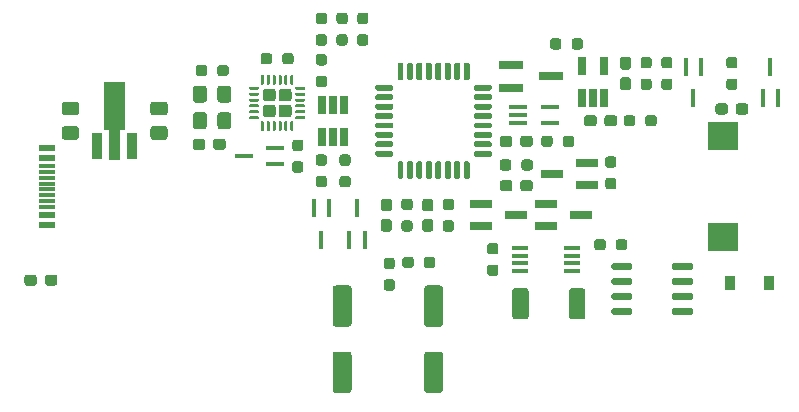
<source format=gtp>
G04 #@! TF.GenerationSoftware,KiCad,Pcbnew,(5.1.9)-1*
G04 #@! TF.CreationDate,2021-04-20T09:49:11+02:00*
G04 #@! TF.ProjectId,loeti,6c6f6574-692e-46b6-9963-61645f706362,rev?*
G04 #@! TF.SameCoordinates,Original*
G04 #@! TF.FileFunction,Paste,Top*
G04 #@! TF.FilePolarity,Positive*
%FSLAX46Y46*%
G04 Gerber Fmt 4.6, Leading zero omitted, Abs format (unit mm)*
G04 Created by KiCad (PCBNEW (5.1.9)-1) date 2021-04-20 09:49:11*
%MOMM*%
%LPD*%
G01*
G04 APERTURE LIST*
%ADD10R,1.450000X0.600000*%
%ADD11R,1.450000X0.300000*%
%ADD12R,2.000000X0.650000*%
%ADD13R,0.450000X1.500000*%
%ADD14R,1.900000X0.800000*%
%ADD15R,2.500000X2.430000*%
%ADD16R,0.650000X1.560000*%
%ADD17C,0.100000*%
%ADD18R,0.900000X2.300000*%
%ADD19R,1.500000X0.450000*%
%ADD20R,1.500000X0.400000*%
%ADD21R,1.450000X0.450000*%
%ADD22R,0.900000X1.200000*%
G04 APERTURE END LIST*
D10*
X60295000Y25430000D03*
X60295000Y26230000D03*
X60295000Y31130000D03*
X60295000Y31930000D03*
X60295000Y31930000D03*
X60295000Y31130000D03*
X60295000Y26230000D03*
X60295000Y25430000D03*
D11*
X60295000Y30430000D03*
X60295000Y29930000D03*
X60295000Y29430000D03*
X60295000Y28430000D03*
X60295000Y27930000D03*
X60295000Y27430000D03*
X60295000Y26930000D03*
X60295000Y28930000D03*
D12*
X102960000Y38000000D03*
X99540000Y37050000D03*
X99540000Y38950000D03*
G36*
G01*
X91325000Y22487500D02*
X91325000Y22012500D01*
G75*
G02*
X91087500Y21775000I-237500J0D01*
G01*
X90587500Y21775000D01*
G75*
G02*
X90350000Y22012500I0J237500D01*
G01*
X90350000Y22487500D01*
G75*
G02*
X90587500Y22725000I237500J0D01*
G01*
X91087500Y22725000D01*
G75*
G02*
X91325000Y22487500I0J-237500D01*
G01*
G37*
G36*
G01*
X93150000Y22487500D02*
X93150000Y22012500D01*
G75*
G02*
X92912500Y21775000I-237500J0D01*
G01*
X92412500Y21775000D01*
G75*
G02*
X92175000Y22012500I0J237500D01*
G01*
X92175000Y22487500D01*
G75*
G02*
X92412500Y22725000I237500J0D01*
G01*
X92912500Y22725000D01*
G75*
G02*
X93150000Y22487500I0J-237500D01*
G01*
G37*
G36*
G01*
X89012500Y20825000D02*
X89487500Y20825000D01*
G75*
G02*
X89725000Y20587500I0J-237500D01*
G01*
X89725000Y20087500D01*
G75*
G02*
X89487500Y19850000I-237500J0D01*
G01*
X89012500Y19850000D01*
G75*
G02*
X88775000Y20087500I0J237500D01*
G01*
X88775000Y20587500D01*
G75*
G02*
X89012500Y20825000I237500J0D01*
G01*
G37*
G36*
G01*
X89012500Y22650000D02*
X89487500Y22650000D01*
G75*
G02*
X89725000Y22412500I0J-237500D01*
G01*
X89725000Y21912500D01*
G75*
G02*
X89487500Y21675000I-237500J0D01*
G01*
X89012500Y21675000D01*
G75*
G02*
X88775000Y21912500I0J237500D01*
G01*
X88775000Y22412500D01*
G75*
G02*
X89012500Y22650000I237500J0D01*
G01*
G37*
D13*
X83500000Y24170000D03*
X82850000Y26830000D03*
X84150000Y26830000D03*
X86500000Y26830000D03*
X87150000Y24170000D03*
X85850000Y24170000D03*
D14*
X105500000Y26250000D03*
X102500000Y25300000D03*
X102500000Y27200000D03*
D15*
X117470000Y32965000D03*
X117470000Y24395000D03*
D14*
X100000000Y26250000D03*
X97000000Y25300000D03*
X97000000Y27200000D03*
X103000000Y29750000D03*
X106000000Y30700000D03*
X106000000Y28800000D03*
D16*
X84500000Y35600000D03*
X83550000Y35600000D03*
X85450000Y35600000D03*
X85450000Y32900000D03*
X84500000Y32900000D03*
X83550000Y32900000D03*
D17*
G36*
X66866500Y37550000D02*
G01*
X66866500Y33425000D01*
X66450000Y33425000D01*
X66450000Y30950000D01*
X65550000Y30950000D01*
X65550000Y33425000D01*
X65133500Y33425000D01*
X65133500Y37550000D01*
X66866500Y37550000D01*
G37*
D18*
X67500000Y32100000D03*
X64500000Y32100000D03*
D13*
X121500000Y38830000D03*
X122150000Y36170000D03*
X120850000Y36170000D03*
X115000000Y36170000D03*
X114350000Y38830000D03*
X115650000Y38830000D03*
D19*
X76920000Y31250000D03*
X79580000Y31900000D03*
X79580000Y30600000D03*
G36*
G01*
X100425000Y30262500D02*
X100425000Y30737500D01*
G75*
G02*
X100662500Y30975000I237500J0D01*
G01*
X101162500Y30975000D01*
G75*
G02*
X101400000Y30737500I0J-237500D01*
G01*
X101400000Y30262500D01*
G75*
G02*
X101162500Y30025000I-237500J0D01*
G01*
X100662500Y30025000D01*
G75*
G02*
X100425000Y30262500I0J237500D01*
G01*
G37*
G36*
G01*
X98600000Y30262500D02*
X98600000Y30737500D01*
G75*
G02*
X98837500Y30975000I237500J0D01*
G01*
X99337500Y30975000D01*
G75*
G02*
X99575000Y30737500I0J-237500D01*
G01*
X99575000Y30262500D01*
G75*
G02*
X99337500Y30025000I-237500J0D01*
G01*
X98837500Y30025000D01*
G75*
G02*
X98600000Y30262500I0J237500D01*
G01*
G37*
G36*
G01*
X100325000Y28512500D02*
X100325000Y28987500D01*
G75*
G02*
X100562500Y29225000I237500J0D01*
G01*
X101162500Y29225000D01*
G75*
G02*
X101400000Y28987500I0J-237500D01*
G01*
X101400000Y28512500D01*
G75*
G02*
X101162500Y28275000I-237500J0D01*
G01*
X100562500Y28275000D01*
G75*
G02*
X100325000Y28512500I0J237500D01*
G01*
G37*
G36*
G01*
X98600000Y28512500D02*
X98600000Y28987500D01*
G75*
G02*
X98837500Y29225000I237500J0D01*
G01*
X99437500Y29225000D01*
G75*
G02*
X99675000Y28987500I0J-237500D01*
G01*
X99675000Y28512500D01*
G75*
G02*
X99437500Y28275000I-237500J0D01*
G01*
X98837500Y28275000D01*
G75*
G02*
X98600000Y28512500I0J237500D01*
G01*
G37*
G36*
G01*
X90325000Y29325000D02*
X90075000Y29325000D01*
G75*
G02*
X89950000Y29450000I0J125000D01*
G01*
X89950000Y30700000D01*
G75*
G02*
X90075000Y30825000I125000J0D01*
G01*
X90325000Y30825000D01*
G75*
G02*
X90450000Y30700000I0J-125000D01*
G01*
X90450000Y29450000D01*
G75*
G02*
X90325000Y29325000I-125000J0D01*
G01*
G37*
G36*
G01*
X91125000Y29325000D02*
X90875000Y29325000D01*
G75*
G02*
X90750000Y29450000I0J125000D01*
G01*
X90750000Y30700000D01*
G75*
G02*
X90875000Y30825000I125000J0D01*
G01*
X91125000Y30825000D01*
G75*
G02*
X91250000Y30700000I0J-125000D01*
G01*
X91250000Y29450000D01*
G75*
G02*
X91125000Y29325000I-125000J0D01*
G01*
G37*
G36*
G01*
X91925000Y29325000D02*
X91675000Y29325000D01*
G75*
G02*
X91550000Y29450000I0J125000D01*
G01*
X91550000Y30700000D01*
G75*
G02*
X91675000Y30825000I125000J0D01*
G01*
X91925000Y30825000D01*
G75*
G02*
X92050000Y30700000I0J-125000D01*
G01*
X92050000Y29450000D01*
G75*
G02*
X91925000Y29325000I-125000J0D01*
G01*
G37*
G36*
G01*
X92725000Y29325000D02*
X92475000Y29325000D01*
G75*
G02*
X92350000Y29450000I0J125000D01*
G01*
X92350000Y30700000D01*
G75*
G02*
X92475000Y30825000I125000J0D01*
G01*
X92725000Y30825000D01*
G75*
G02*
X92850000Y30700000I0J-125000D01*
G01*
X92850000Y29450000D01*
G75*
G02*
X92725000Y29325000I-125000J0D01*
G01*
G37*
G36*
G01*
X93525000Y29325000D02*
X93275000Y29325000D01*
G75*
G02*
X93150000Y29450000I0J125000D01*
G01*
X93150000Y30700000D01*
G75*
G02*
X93275000Y30825000I125000J0D01*
G01*
X93525000Y30825000D01*
G75*
G02*
X93650000Y30700000I0J-125000D01*
G01*
X93650000Y29450000D01*
G75*
G02*
X93525000Y29325000I-125000J0D01*
G01*
G37*
G36*
G01*
X94325000Y29325000D02*
X94075000Y29325000D01*
G75*
G02*
X93950000Y29450000I0J125000D01*
G01*
X93950000Y30700000D01*
G75*
G02*
X94075000Y30825000I125000J0D01*
G01*
X94325000Y30825000D01*
G75*
G02*
X94450000Y30700000I0J-125000D01*
G01*
X94450000Y29450000D01*
G75*
G02*
X94325000Y29325000I-125000J0D01*
G01*
G37*
G36*
G01*
X95125000Y29325000D02*
X94875000Y29325000D01*
G75*
G02*
X94750000Y29450000I0J125000D01*
G01*
X94750000Y30700000D01*
G75*
G02*
X94875000Y30825000I125000J0D01*
G01*
X95125000Y30825000D01*
G75*
G02*
X95250000Y30700000I0J-125000D01*
G01*
X95250000Y29450000D01*
G75*
G02*
X95125000Y29325000I-125000J0D01*
G01*
G37*
G36*
G01*
X95925000Y29325000D02*
X95675000Y29325000D01*
G75*
G02*
X95550000Y29450000I0J125000D01*
G01*
X95550000Y30700000D01*
G75*
G02*
X95675000Y30825000I125000J0D01*
G01*
X95925000Y30825000D01*
G75*
G02*
X96050000Y30700000I0J-125000D01*
G01*
X96050000Y29450000D01*
G75*
G02*
X95925000Y29325000I-125000J0D01*
G01*
G37*
G36*
G01*
X97800000Y31200000D02*
X96550000Y31200000D01*
G75*
G02*
X96425000Y31325000I0J125000D01*
G01*
X96425000Y31575000D01*
G75*
G02*
X96550000Y31700000I125000J0D01*
G01*
X97800000Y31700000D01*
G75*
G02*
X97925000Y31575000I0J-125000D01*
G01*
X97925000Y31325000D01*
G75*
G02*
X97800000Y31200000I-125000J0D01*
G01*
G37*
G36*
G01*
X97800000Y32000000D02*
X96550000Y32000000D01*
G75*
G02*
X96425000Y32125000I0J125000D01*
G01*
X96425000Y32375000D01*
G75*
G02*
X96550000Y32500000I125000J0D01*
G01*
X97800000Y32500000D01*
G75*
G02*
X97925000Y32375000I0J-125000D01*
G01*
X97925000Y32125000D01*
G75*
G02*
X97800000Y32000000I-125000J0D01*
G01*
G37*
G36*
G01*
X97800000Y32800000D02*
X96550000Y32800000D01*
G75*
G02*
X96425000Y32925000I0J125000D01*
G01*
X96425000Y33175000D01*
G75*
G02*
X96550000Y33300000I125000J0D01*
G01*
X97800000Y33300000D01*
G75*
G02*
X97925000Y33175000I0J-125000D01*
G01*
X97925000Y32925000D01*
G75*
G02*
X97800000Y32800000I-125000J0D01*
G01*
G37*
G36*
G01*
X97800000Y33600000D02*
X96550000Y33600000D01*
G75*
G02*
X96425000Y33725000I0J125000D01*
G01*
X96425000Y33975000D01*
G75*
G02*
X96550000Y34100000I125000J0D01*
G01*
X97800000Y34100000D01*
G75*
G02*
X97925000Y33975000I0J-125000D01*
G01*
X97925000Y33725000D01*
G75*
G02*
X97800000Y33600000I-125000J0D01*
G01*
G37*
G36*
G01*
X97800000Y34400000D02*
X96550000Y34400000D01*
G75*
G02*
X96425000Y34525000I0J125000D01*
G01*
X96425000Y34775000D01*
G75*
G02*
X96550000Y34900000I125000J0D01*
G01*
X97800000Y34900000D01*
G75*
G02*
X97925000Y34775000I0J-125000D01*
G01*
X97925000Y34525000D01*
G75*
G02*
X97800000Y34400000I-125000J0D01*
G01*
G37*
G36*
G01*
X97800000Y35200000D02*
X96550000Y35200000D01*
G75*
G02*
X96425000Y35325000I0J125000D01*
G01*
X96425000Y35575000D01*
G75*
G02*
X96550000Y35700000I125000J0D01*
G01*
X97800000Y35700000D01*
G75*
G02*
X97925000Y35575000I0J-125000D01*
G01*
X97925000Y35325000D01*
G75*
G02*
X97800000Y35200000I-125000J0D01*
G01*
G37*
G36*
G01*
X97800000Y36000000D02*
X96550000Y36000000D01*
G75*
G02*
X96425000Y36125000I0J125000D01*
G01*
X96425000Y36375000D01*
G75*
G02*
X96550000Y36500000I125000J0D01*
G01*
X97800000Y36500000D01*
G75*
G02*
X97925000Y36375000I0J-125000D01*
G01*
X97925000Y36125000D01*
G75*
G02*
X97800000Y36000000I-125000J0D01*
G01*
G37*
G36*
G01*
X97800000Y36800000D02*
X96550000Y36800000D01*
G75*
G02*
X96425000Y36925000I0J125000D01*
G01*
X96425000Y37175000D01*
G75*
G02*
X96550000Y37300000I125000J0D01*
G01*
X97800000Y37300000D01*
G75*
G02*
X97925000Y37175000I0J-125000D01*
G01*
X97925000Y36925000D01*
G75*
G02*
X97800000Y36800000I-125000J0D01*
G01*
G37*
G36*
G01*
X95925000Y37675000D02*
X95675000Y37675000D01*
G75*
G02*
X95550000Y37800000I0J125000D01*
G01*
X95550000Y39050000D01*
G75*
G02*
X95675000Y39175000I125000J0D01*
G01*
X95925000Y39175000D01*
G75*
G02*
X96050000Y39050000I0J-125000D01*
G01*
X96050000Y37800000D01*
G75*
G02*
X95925000Y37675000I-125000J0D01*
G01*
G37*
G36*
G01*
X95125000Y37675000D02*
X94875000Y37675000D01*
G75*
G02*
X94750000Y37800000I0J125000D01*
G01*
X94750000Y39050000D01*
G75*
G02*
X94875000Y39175000I125000J0D01*
G01*
X95125000Y39175000D01*
G75*
G02*
X95250000Y39050000I0J-125000D01*
G01*
X95250000Y37800000D01*
G75*
G02*
X95125000Y37675000I-125000J0D01*
G01*
G37*
G36*
G01*
X94325000Y37675000D02*
X94075000Y37675000D01*
G75*
G02*
X93950000Y37800000I0J125000D01*
G01*
X93950000Y39050000D01*
G75*
G02*
X94075000Y39175000I125000J0D01*
G01*
X94325000Y39175000D01*
G75*
G02*
X94450000Y39050000I0J-125000D01*
G01*
X94450000Y37800000D01*
G75*
G02*
X94325000Y37675000I-125000J0D01*
G01*
G37*
G36*
G01*
X93525000Y37675000D02*
X93275000Y37675000D01*
G75*
G02*
X93150000Y37800000I0J125000D01*
G01*
X93150000Y39050000D01*
G75*
G02*
X93275000Y39175000I125000J0D01*
G01*
X93525000Y39175000D01*
G75*
G02*
X93650000Y39050000I0J-125000D01*
G01*
X93650000Y37800000D01*
G75*
G02*
X93525000Y37675000I-125000J0D01*
G01*
G37*
G36*
G01*
X92725000Y37675000D02*
X92475000Y37675000D01*
G75*
G02*
X92350000Y37800000I0J125000D01*
G01*
X92350000Y39050000D01*
G75*
G02*
X92475000Y39175000I125000J0D01*
G01*
X92725000Y39175000D01*
G75*
G02*
X92850000Y39050000I0J-125000D01*
G01*
X92850000Y37800000D01*
G75*
G02*
X92725000Y37675000I-125000J0D01*
G01*
G37*
G36*
G01*
X91925000Y37675000D02*
X91675000Y37675000D01*
G75*
G02*
X91550000Y37800000I0J125000D01*
G01*
X91550000Y39050000D01*
G75*
G02*
X91675000Y39175000I125000J0D01*
G01*
X91925000Y39175000D01*
G75*
G02*
X92050000Y39050000I0J-125000D01*
G01*
X92050000Y37800000D01*
G75*
G02*
X91925000Y37675000I-125000J0D01*
G01*
G37*
G36*
G01*
X91125000Y37675000D02*
X90875000Y37675000D01*
G75*
G02*
X90750000Y37800000I0J125000D01*
G01*
X90750000Y39050000D01*
G75*
G02*
X90875000Y39175000I125000J0D01*
G01*
X91125000Y39175000D01*
G75*
G02*
X91250000Y39050000I0J-125000D01*
G01*
X91250000Y37800000D01*
G75*
G02*
X91125000Y37675000I-125000J0D01*
G01*
G37*
G36*
G01*
X90325000Y37675000D02*
X90075000Y37675000D01*
G75*
G02*
X89950000Y37800000I0J125000D01*
G01*
X89950000Y39050000D01*
G75*
G02*
X90075000Y39175000I125000J0D01*
G01*
X90325000Y39175000D01*
G75*
G02*
X90450000Y39050000I0J-125000D01*
G01*
X90450000Y37800000D01*
G75*
G02*
X90325000Y37675000I-125000J0D01*
G01*
G37*
G36*
G01*
X89450000Y36800000D02*
X88200000Y36800000D01*
G75*
G02*
X88075000Y36925000I0J125000D01*
G01*
X88075000Y37175000D01*
G75*
G02*
X88200000Y37300000I125000J0D01*
G01*
X89450000Y37300000D01*
G75*
G02*
X89575000Y37175000I0J-125000D01*
G01*
X89575000Y36925000D01*
G75*
G02*
X89450000Y36800000I-125000J0D01*
G01*
G37*
G36*
G01*
X89450000Y36000000D02*
X88200000Y36000000D01*
G75*
G02*
X88075000Y36125000I0J125000D01*
G01*
X88075000Y36375000D01*
G75*
G02*
X88200000Y36500000I125000J0D01*
G01*
X89450000Y36500000D01*
G75*
G02*
X89575000Y36375000I0J-125000D01*
G01*
X89575000Y36125000D01*
G75*
G02*
X89450000Y36000000I-125000J0D01*
G01*
G37*
G36*
G01*
X89450000Y35200000D02*
X88200000Y35200000D01*
G75*
G02*
X88075000Y35325000I0J125000D01*
G01*
X88075000Y35575000D01*
G75*
G02*
X88200000Y35700000I125000J0D01*
G01*
X89450000Y35700000D01*
G75*
G02*
X89575000Y35575000I0J-125000D01*
G01*
X89575000Y35325000D01*
G75*
G02*
X89450000Y35200000I-125000J0D01*
G01*
G37*
G36*
G01*
X89450000Y34400000D02*
X88200000Y34400000D01*
G75*
G02*
X88075000Y34525000I0J125000D01*
G01*
X88075000Y34775000D01*
G75*
G02*
X88200000Y34900000I125000J0D01*
G01*
X89450000Y34900000D01*
G75*
G02*
X89575000Y34775000I0J-125000D01*
G01*
X89575000Y34525000D01*
G75*
G02*
X89450000Y34400000I-125000J0D01*
G01*
G37*
G36*
G01*
X89450000Y33600000D02*
X88200000Y33600000D01*
G75*
G02*
X88075000Y33725000I0J125000D01*
G01*
X88075000Y33975000D01*
G75*
G02*
X88200000Y34100000I125000J0D01*
G01*
X89450000Y34100000D01*
G75*
G02*
X89575000Y33975000I0J-125000D01*
G01*
X89575000Y33725000D01*
G75*
G02*
X89450000Y33600000I-125000J0D01*
G01*
G37*
G36*
G01*
X89450000Y32800000D02*
X88200000Y32800000D01*
G75*
G02*
X88075000Y32925000I0J125000D01*
G01*
X88075000Y33175000D01*
G75*
G02*
X88200000Y33300000I125000J0D01*
G01*
X89450000Y33300000D01*
G75*
G02*
X89575000Y33175000I0J-125000D01*
G01*
X89575000Y32925000D01*
G75*
G02*
X89450000Y32800000I-125000J0D01*
G01*
G37*
G36*
G01*
X89450000Y32000000D02*
X88200000Y32000000D01*
G75*
G02*
X88075000Y32125000I0J125000D01*
G01*
X88075000Y32375000D01*
G75*
G02*
X88200000Y32500000I125000J0D01*
G01*
X89450000Y32500000D01*
G75*
G02*
X89575000Y32375000I0J-125000D01*
G01*
X89575000Y32125000D01*
G75*
G02*
X89450000Y32000000I-125000J0D01*
G01*
G37*
G36*
G01*
X89450000Y31200000D02*
X88200000Y31200000D01*
G75*
G02*
X88075000Y31325000I0J125000D01*
G01*
X88075000Y31575000D01*
G75*
G02*
X88200000Y31700000I125000J0D01*
G01*
X89450000Y31700000D01*
G75*
G02*
X89575000Y31575000I0J-125000D01*
G01*
X89575000Y31325000D01*
G75*
G02*
X89450000Y31200000I-125000J0D01*
G01*
G37*
D20*
X102830000Y35400000D03*
X102830000Y34100000D03*
X100170000Y34100000D03*
X100170000Y34750000D03*
X100170000Y35400000D03*
D21*
X104700000Y23475000D03*
X104700000Y22825000D03*
X104700000Y22175000D03*
X104700000Y21525000D03*
X100300000Y21525000D03*
X100300000Y22175000D03*
X100300000Y22825000D03*
X100300000Y23475000D03*
G36*
G01*
X108425000Y23512500D02*
X108425000Y23987500D01*
G75*
G02*
X108662500Y24225000I237500J0D01*
G01*
X109162500Y24225000D01*
G75*
G02*
X109400000Y23987500I0J-237500D01*
G01*
X109400000Y23512500D01*
G75*
G02*
X109162500Y23275000I-237500J0D01*
G01*
X108662500Y23275000D01*
G75*
G02*
X108425000Y23512500I0J237500D01*
G01*
G37*
G36*
G01*
X106600000Y23512500D02*
X106600000Y23987500D01*
G75*
G02*
X106837500Y24225000I237500J0D01*
G01*
X107337500Y24225000D01*
G75*
G02*
X107575000Y23987500I0J-237500D01*
G01*
X107575000Y23512500D01*
G75*
G02*
X107337500Y23275000I-237500J0D01*
G01*
X106837500Y23275000D01*
G75*
G02*
X106600000Y23512500I0J237500D01*
G01*
G37*
G36*
G01*
X98237500Y22925000D02*
X97762500Y22925000D01*
G75*
G02*
X97525000Y23162500I0J237500D01*
G01*
X97525000Y23662500D01*
G75*
G02*
X97762500Y23900000I237500J0D01*
G01*
X98237500Y23900000D01*
G75*
G02*
X98475000Y23662500I0J-237500D01*
G01*
X98475000Y23162500D01*
G75*
G02*
X98237500Y22925000I-237500J0D01*
G01*
G37*
G36*
G01*
X98237500Y21100000D02*
X97762500Y21100000D01*
G75*
G02*
X97525000Y21337500I0J237500D01*
G01*
X97525000Y21837500D01*
G75*
G02*
X97762500Y22075000I237500J0D01*
G01*
X98237500Y22075000D01*
G75*
G02*
X98475000Y21837500I0J-237500D01*
G01*
X98475000Y21337500D01*
G75*
G02*
X98237500Y21100000I-237500J0D01*
G01*
G37*
G36*
G01*
X108237500Y30262500D02*
X107762500Y30262500D01*
G75*
G02*
X107525000Y30500000I0J237500D01*
G01*
X107525000Y31000000D01*
G75*
G02*
X107762500Y31237500I237500J0D01*
G01*
X108237500Y31237500D01*
G75*
G02*
X108475000Y31000000I0J-237500D01*
G01*
X108475000Y30500000D01*
G75*
G02*
X108237500Y30262500I-237500J0D01*
G01*
G37*
G36*
G01*
X108237500Y28437500D02*
X107762500Y28437500D01*
G75*
G02*
X107525000Y28675000I0J237500D01*
G01*
X107525000Y29175000D01*
G75*
G02*
X107762500Y29412500I237500J0D01*
G01*
X108237500Y29412500D01*
G75*
G02*
X108475000Y29175000I0J-237500D01*
G01*
X108475000Y28675000D01*
G75*
G02*
X108237500Y28437500I-237500J0D01*
G01*
G37*
G36*
G01*
X112512500Y37825000D02*
X112987500Y37825000D01*
G75*
G02*
X113225000Y37587500I0J-237500D01*
G01*
X113225000Y37087500D01*
G75*
G02*
X112987500Y36850000I-237500J0D01*
G01*
X112512500Y36850000D01*
G75*
G02*
X112275000Y37087500I0J237500D01*
G01*
X112275000Y37587500D01*
G75*
G02*
X112512500Y37825000I237500J0D01*
G01*
G37*
G36*
G01*
X112512500Y39650000D02*
X112987500Y39650000D01*
G75*
G02*
X113225000Y39412500I0J-237500D01*
G01*
X113225000Y38912500D01*
G75*
G02*
X112987500Y38675000I-237500J0D01*
G01*
X112512500Y38675000D01*
G75*
G02*
X112275000Y38912500I0J237500D01*
G01*
X112275000Y39412500D01*
G75*
G02*
X112512500Y39650000I237500J0D01*
G01*
G37*
G36*
G01*
X104675000Y40512500D02*
X104675000Y40987500D01*
G75*
G02*
X104912500Y41225000I237500J0D01*
G01*
X105412500Y41225000D01*
G75*
G02*
X105650000Y40987500I0J-237500D01*
G01*
X105650000Y40512500D01*
G75*
G02*
X105412500Y40275000I-237500J0D01*
G01*
X104912500Y40275000D01*
G75*
G02*
X104675000Y40512500I0J237500D01*
G01*
G37*
G36*
G01*
X102850000Y40512500D02*
X102850000Y40987500D01*
G75*
G02*
X103087500Y41225000I237500J0D01*
G01*
X103587500Y41225000D01*
G75*
G02*
X103825000Y40987500I0J-237500D01*
G01*
X103825000Y40512500D01*
G75*
G02*
X103587500Y40275000I-237500J0D01*
G01*
X103087500Y40275000D01*
G75*
G02*
X102850000Y40512500I0J237500D01*
G01*
G37*
G36*
G01*
X118487500Y38675000D02*
X118012500Y38675000D01*
G75*
G02*
X117775000Y38912500I0J237500D01*
G01*
X117775000Y39412500D01*
G75*
G02*
X118012500Y39650000I237500J0D01*
G01*
X118487500Y39650000D01*
G75*
G02*
X118725000Y39412500I0J-237500D01*
G01*
X118725000Y38912500D01*
G75*
G02*
X118487500Y38675000I-237500J0D01*
G01*
G37*
G36*
G01*
X118487500Y36850000D02*
X118012500Y36850000D01*
G75*
G02*
X117775000Y37087500I0J237500D01*
G01*
X117775000Y37587500D01*
G75*
G02*
X118012500Y37825000I237500J0D01*
G01*
X118487500Y37825000D01*
G75*
G02*
X118725000Y37587500I0J-237500D01*
G01*
X118725000Y37087500D01*
G75*
G02*
X118487500Y36850000I-237500J0D01*
G01*
G37*
G36*
G01*
X110925000Y34012500D02*
X110925000Y34487500D01*
G75*
G02*
X111162500Y34725000I237500J0D01*
G01*
X111662500Y34725000D01*
G75*
G02*
X111900000Y34487500I0J-237500D01*
G01*
X111900000Y34012500D01*
G75*
G02*
X111662500Y33775000I-237500J0D01*
G01*
X111162500Y33775000D01*
G75*
G02*
X110925000Y34012500I0J237500D01*
G01*
G37*
G36*
G01*
X109100000Y34012500D02*
X109100000Y34487500D01*
G75*
G02*
X109337500Y34725000I237500J0D01*
G01*
X109837500Y34725000D01*
G75*
G02*
X110075000Y34487500I0J-237500D01*
G01*
X110075000Y34012500D01*
G75*
G02*
X109837500Y33775000I-237500J0D01*
G01*
X109337500Y33775000D01*
G75*
G02*
X109100000Y34012500I0J237500D01*
G01*
G37*
G36*
G01*
X83262500Y41575000D02*
X83737500Y41575000D01*
G75*
G02*
X83975000Y41337500I0J-237500D01*
G01*
X83975000Y40837500D01*
G75*
G02*
X83737500Y40600000I-237500J0D01*
G01*
X83262500Y40600000D01*
G75*
G02*
X83025000Y40837500I0J237500D01*
G01*
X83025000Y41337500D01*
G75*
G02*
X83262500Y41575000I237500J0D01*
G01*
G37*
G36*
G01*
X83262500Y43400000D02*
X83737500Y43400000D01*
G75*
G02*
X83975000Y43162500I0J-237500D01*
G01*
X83975000Y42662500D01*
G75*
G02*
X83737500Y42425000I-237500J0D01*
G01*
X83262500Y42425000D01*
G75*
G02*
X83025000Y42662500I0J237500D01*
G01*
X83025000Y43162500D01*
G75*
G02*
X83262500Y43400000I237500J0D01*
G01*
G37*
G36*
G01*
X85012500Y41575000D02*
X85487500Y41575000D01*
G75*
G02*
X85725000Y41337500I0J-237500D01*
G01*
X85725000Y40837500D01*
G75*
G02*
X85487500Y40600000I-237500J0D01*
G01*
X85012500Y40600000D01*
G75*
G02*
X84775000Y40837500I0J237500D01*
G01*
X84775000Y41337500D01*
G75*
G02*
X85012500Y41575000I237500J0D01*
G01*
G37*
G36*
G01*
X85012500Y43400000D02*
X85487500Y43400000D01*
G75*
G02*
X85725000Y43162500I0J-237500D01*
G01*
X85725000Y42662500D01*
G75*
G02*
X85487500Y42425000I-237500J0D01*
G01*
X85012500Y42425000D01*
G75*
G02*
X84775000Y42662500I0J237500D01*
G01*
X84775000Y43162500D01*
G75*
G02*
X85012500Y43400000I237500J0D01*
G01*
G37*
G36*
G01*
X86762500Y43400000D02*
X87237500Y43400000D01*
G75*
G02*
X87475000Y43162500I0J-237500D01*
G01*
X87475000Y42662500D01*
G75*
G02*
X87237500Y42425000I-237500J0D01*
G01*
X86762500Y42425000D01*
G75*
G02*
X86525000Y42662500I0J237500D01*
G01*
X86525000Y43162500D01*
G75*
G02*
X86762500Y43400000I237500J0D01*
G01*
G37*
G36*
G01*
X86762500Y41575000D02*
X87237500Y41575000D01*
G75*
G02*
X87475000Y41337500I0J-237500D01*
G01*
X87475000Y40837500D01*
G75*
G02*
X87237500Y40600000I-237500J0D01*
G01*
X86762500Y40600000D01*
G75*
G02*
X86525000Y40837500I0J237500D01*
G01*
X86525000Y41337500D01*
G75*
G02*
X86762500Y41575000I237500J0D01*
G01*
G37*
G36*
G01*
X106812500Y34487500D02*
X106812500Y34012500D01*
G75*
G02*
X106575000Y33775000I-237500J0D01*
G01*
X105975000Y33775000D01*
G75*
G02*
X105737500Y34012500I0J237500D01*
G01*
X105737500Y34487500D01*
G75*
G02*
X105975000Y34725000I237500J0D01*
G01*
X106575000Y34725000D01*
G75*
G02*
X106812500Y34487500I0J-237500D01*
G01*
G37*
G36*
G01*
X108537500Y34487500D02*
X108537500Y34012500D01*
G75*
G02*
X108300000Y33775000I-237500J0D01*
G01*
X107700000Y33775000D01*
G75*
G02*
X107462500Y34012500I0J237500D01*
G01*
X107462500Y34487500D01*
G75*
G02*
X107700000Y34725000I237500J0D01*
G01*
X108300000Y34725000D01*
G75*
G02*
X108537500Y34487500I0J-237500D01*
G01*
G37*
G36*
G01*
X84700000Y14700000D02*
X85800000Y14700000D01*
G75*
G02*
X86050000Y14450000I0J-250000D01*
G01*
X86050000Y11450000D01*
G75*
G02*
X85800000Y11200000I-250000J0D01*
G01*
X84700000Y11200000D01*
G75*
G02*
X84450000Y11450000I0J250000D01*
G01*
X84450000Y14450000D01*
G75*
G02*
X84700000Y14700000I250000J0D01*
G01*
G37*
G36*
G01*
X84700000Y20300000D02*
X85800000Y20300000D01*
G75*
G02*
X86050000Y20050000I0J-250000D01*
G01*
X86050000Y17050000D01*
G75*
G02*
X85800000Y16800000I-250000J0D01*
G01*
X84700000Y16800000D01*
G75*
G02*
X84450000Y17050000I0J250000D01*
G01*
X84450000Y20050000D01*
G75*
G02*
X84700000Y20300000I250000J0D01*
G01*
G37*
D16*
X105550000Y38850000D03*
X107450000Y38850000D03*
X107450000Y36150000D03*
X106500000Y36150000D03*
X105550000Y36150000D03*
G36*
G01*
X92450000Y14700000D02*
X93550000Y14700000D01*
G75*
G02*
X93800000Y14450000I0J-250000D01*
G01*
X93800000Y11450000D01*
G75*
G02*
X93550000Y11200000I-250000J0D01*
G01*
X92450000Y11200000D01*
G75*
G02*
X92200000Y11450000I0J250000D01*
G01*
X92200000Y14450000D01*
G75*
G02*
X92450000Y14700000I250000J0D01*
G01*
G37*
G36*
G01*
X92450000Y20300000D02*
X93550000Y20300000D01*
G75*
G02*
X93800000Y20050000I0J-250000D01*
G01*
X93800000Y17050000D01*
G75*
G02*
X93550000Y16800000I-250000J0D01*
G01*
X92450000Y16800000D01*
G75*
G02*
X92200000Y17050000I0J250000D01*
G01*
X92200000Y20050000D01*
G75*
G02*
X92450000Y20300000I250000J0D01*
G01*
G37*
G36*
G01*
X118575000Y35012500D02*
X118575000Y35487500D01*
G75*
G02*
X118812500Y35725000I237500J0D01*
G01*
X119412500Y35725000D01*
G75*
G02*
X119650000Y35487500I0J-237500D01*
G01*
X119650000Y35012500D01*
G75*
G02*
X119412500Y34775000I-237500J0D01*
G01*
X118812500Y34775000D01*
G75*
G02*
X118575000Y35012500I0J237500D01*
G01*
G37*
G36*
G01*
X116850000Y35012500D02*
X116850000Y35487500D01*
G75*
G02*
X117087500Y35725000I237500J0D01*
G01*
X117687500Y35725000D01*
G75*
G02*
X117925000Y35487500I0J-237500D01*
G01*
X117925000Y35012500D01*
G75*
G02*
X117687500Y34775000I-237500J0D01*
G01*
X117087500Y34775000D01*
G75*
G02*
X116850000Y35012500I0J237500D01*
G01*
G37*
G36*
G01*
X78562500Y33375000D02*
X78437500Y33375000D01*
G75*
G02*
X78375000Y33437500I0J62500D01*
G01*
X78375000Y34137500D01*
G75*
G02*
X78437500Y34200000I62500J0D01*
G01*
X78562500Y34200000D01*
G75*
G02*
X78625000Y34137500I0J-62500D01*
G01*
X78625000Y33437500D01*
G75*
G02*
X78562500Y33375000I-62500J0D01*
G01*
G37*
G36*
G01*
X79062500Y33375000D02*
X78937500Y33375000D01*
G75*
G02*
X78875000Y33437500I0J62500D01*
G01*
X78875000Y34137500D01*
G75*
G02*
X78937500Y34200000I62500J0D01*
G01*
X79062500Y34200000D01*
G75*
G02*
X79125000Y34137500I0J-62500D01*
G01*
X79125000Y33437500D01*
G75*
G02*
X79062500Y33375000I-62500J0D01*
G01*
G37*
G36*
G01*
X79562500Y33375000D02*
X79437500Y33375000D01*
G75*
G02*
X79375000Y33437500I0J62500D01*
G01*
X79375000Y34137500D01*
G75*
G02*
X79437500Y34200000I62500J0D01*
G01*
X79562500Y34200000D01*
G75*
G02*
X79625000Y34137500I0J-62500D01*
G01*
X79625000Y33437500D01*
G75*
G02*
X79562500Y33375000I-62500J0D01*
G01*
G37*
G36*
G01*
X80062500Y33375000D02*
X79937500Y33375000D01*
G75*
G02*
X79875000Y33437500I0J62500D01*
G01*
X79875000Y34137500D01*
G75*
G02*
X79937500Y34200000I62500J0D01*
G01*
X80062500Y34200000D01*
G75*
G02*
X80125000Y34137500I0J-62500D01*
G01*
X80125000Y33437500D01*
G75*
G02*
X80062500Y33375000I-62500J0D01*
G01*
G37*
G36*
G01*
X80562500Y33375000D02*
X80437500Y33375000D01*
G75*
G02*
X80375000Y33437500I0J62500D01*
G01*
X80375000Y34137500D01*
G75*
G02*
X80437500Y34200000I62500J0D01*
G01*
X80562500Y34200000D01*
G75*
G02*
X80625000Y34137500I0J-62500D01*
G01*
X80625000Y33437500D01*
G75*
G02*
X80562500Y33375000I-62500J0D01*
G01*
G37*
G36*
G01*
X81062500Y33375000D02*
X80937500Y33375000D01*
G75*
G02*
X80875000Y33437500I0J62500D01*
G01*
X80875000Y34137500D01*
G75*
G02*
X80937500Y34200000I62500J0D01*
G01*
X81062500Y34200000D01*
G75*
G02*
X81125000Y34137500I0J-62500D01*
G01*
X81125000Y33437500D01*
G75*
G02*
X81062500Y33375000I-62500J0D01*
G01*
G37*
G36*
G01*
X82062500Y34375000D02*
X81362500Y34375000D01*
G75*
G02*
X81300000Y34437500I0J62500D01*
G01*
X81300000Y34562500D01*
G75*
G02*
X81362500Y34625000I62500J0D01*
G01*
X82062500Y34625000D01*
G75*
G02*
X82125000Y34562500I0J-62500D01*
G01*
X82125000Y34437500D01*
G75*
G02*
X82062500Y34375000I-62500J0D01*
G01*
G37*
G36*
G01*
X82062500Y34875000D02*
X81362500Y34875000D01*
G75*
G02*
X81300000Y34937500I0J62500D01*
G01*
X81300000Y35062500D01*
G75*
G02*
X81362500Y35125000I62500J0D01*
G01*
X82062500Y35125000D01*
G75*
G02*
X82125000Y35062500I0J-62500D01*
G01*
X82125000Y34937500D01*
G75*
G02*
X82062500Y34875000I-62500J0D01*
G01*
G37*
G36*
G01*
X82062500Y35375000D02*
X81362500Y35375000D01*
G75*
G02*
X81300000Y35437500I0J62500D01*
G01*
X81300000Y35562500D01*
G75*
G02*
X81362500Y35625000I62500J0D01*
G01*
X82062500Y35625000D01*
G75*
G02*
X82125000Y35562500I0J-62500D01*
G01*
X82125000Y35437500D01*
G75*
G02*
X82062500Y35375000I-62500J0D01*
G01*
G37*
G36*
G01*
X82062500Y35875000D02*
X81362500Y35875000D01*
G75*
G02*
X81300000Y35937500I0J62500D01*
G01*
X81300000Y36062500D01*
G75*
G02*
X81362500Y36125000I62500J0D01*
G01*
X82062500Y36125000D01*
G75*
G02*
X82125000Y36062500I0J-62500D01*
G01*
X82125000Y35937500D01*
G75*
G02*
X82062500Y35875000I-62500J0D01*
G01*
G37*
G36*
G01*
X82062500Y36375000D02*
X81362500Y36375000D01*
G75*
G02*
X81300000Y36437500I0J62500D01*
G01*
X81300000Y36562500D01*
G75*
G02*
X81362500Y36625000I62500J0D01*
G01*
X82062500Y36625000D01*
G75*
G02*
X82125000Y36562500I0J-62500D01*
G01*
X82125000Y36437500D01*
G75*
G02*
X82062500Y36375000I-62500J0D01*
G01*
G37*
G36*
G01*
X82062500Y36875000D02*
X81362500Y36875000D01*
G75*
G02*
X81300000Y36937500I0J62500D01*
G01*
X81300000Y37062500D01*
G75*
G02*
X81362500Y37125000I62500J0D01*
G01*
X82062500Y37125000D01*
G75*
G02*
X82125000Y37062500I0J-62500D01*
G01*
X82125000Y36937500D01*
G75*
G02*
X82062500Y36875000I-62500J0D01*
G01*
G37*
G36*
G01*
X81062500Y37300000D02*
X80937500Y37300000D01*
G75*
G02*
X80875000Y37362500I0J62500D01*
G01*
X80875000Y38062500D01*
G75*
G02*
X80937500Y38125000I62500J0D01*
G01*
X81062500Y38125000D01*
G75*
G02*
X81125000Y38062500I0J-62500D01*
G01*
X81125000Y37362500D01*
G75*
G02*
X81062500Y37300000I-62500J0D01*
G01*
G37*
G36*
G01*
X80562500Y37300000D02*
X80437500Y37300000D01*
G75*
G02*
X80375000Y37362500I0J62500D01*
G01*
X80375000Y38062500D01*
G75*
G02*
X80437500Y38125000I62500J0D01*
G01*
X80562500Y38125000D01*
G75*
G02*
X80625000Y38062500I0J-62500D01*
G01*
X80625000Y37362500D01*
G75*
G02*
X80562500Y37300000I-62500J0D01*
G01*
G37*
G36*
G01*
X80062500Y37300000D02*
X79937500Y37300000D01*
G75*
G02*
X79875000Y37362500I0J62500D01*
G01*
X79875000Y38062500D01*
G75*
G02*
X79937500Y38125000I62500J0D01*
G01*
X80062500Y38125000D01*
G75*
G02*
X80125000Y38062500I0J-62500D01*
G01*
X80125000Y37362500D01*
G75*
G02*
X80062500Y37300000I-62500J0D01*
G01*
G37*
G36*
G01*
X79562500Y37300000D02*
X79437500Y37300000D01*
G75*
G02*
X79375000Y37362500I0J62500D01*
G01*
X79375000Y38062500D01*
G75*
G02*
X79437500Y38125000I62500J0D01*
G01*
X79562500Y38125000D01*
G75*
G02*
X79625000Y38062500I0J-62500D01*
G01*
X79625000Y37362500D01*
G75*
G02*
X79562500Y37300000I-62500J0D01*
G01*
G37*
G36*
G01*
X79062500Y37300000D02*
X78937500Y37300000D01*
G75*
G02*
X78875000Y37362500I0J62500D01*
G01*
X78875000Y38062500D01*
G75*
G02*
X78937500Y38125000I62500J0D01*
G01*
X79062500Y38125000D01*
G75*
G02*
X79125000Y38062500I0J-62500D01*
G01*
X79125000Y37362500D01*
G75*
G02*
X79062500Y37300000I-62500J0D01*
G01*
G37*
G36*
G01*
X78562500Y37300000D02*
X78437500Y37300000D01*
G75*
G02*
X78375000Y37362500I0J62500D01*
G01*
X78375000Y38062500D01*
G75*
G02*
X78437500Y38125000I62500J0D01*
G01*
X78562500Y38125000D01*
G75*
G02*
X78625000Y38062500I0J-62500D01*
G01*
X78625000Y37362500D01*
G75*
G02*
X78562500Y37300000I-62500J0D01*
G01*
G37*
G36*
G01*
X78137500Y36875000D02*
X77437500Y36875000D01*
G75*
G02*
X77375000Y36937500I0J62500D01*
G01*
X77375000Y37062500D01*
G75*
G02*
X77437500Y37125000I62500J0D01*
G01*
X78137500Y37125000D01*
G75*
G02*
X78200000Y37062500I0J-62500D01*
G01*
X78200000Y36937500D01*
G75*
G02*
X78137500Y36875000I-62500J0D01*
G01*
G37*
G36*
G01*
X78137500Y36375000D02*
X77437500Y36375000D01*
G75*
G02*
X77375000Y36437500I0J62500D01*
G01*
X77375000Y36562500D01*
G75*
G02*
X77437500Y36625000I62500J0D01*
G01*
X78137500Y36625000D01*
G75*
G02*
X78200000Y36562500I0J-62500D01*
G01*
X78200000Y36437500D01*
G75*
G02*
X78137500Y36375000I-62500J0D01*
G01*
G37*
G36*
G01*
X78137500Y35875000D02*
X77437500Y35875000D01*
G75*
G02*
X77375000Y35937500I0J62500D01*
G01*
X77375000Y36062500D01*
G75*
G02*
X77437500Y36125000I62500J0D01*
G01*
X78137500Y36125000D01*
G75*
G02*
X78200000Y36062500I0J-62500D01*
G01*
X78200000Y35937500D01*
G75*
G02*
X78137500Y35875000I-62500J0D01*
G01*
G37*
G36*
G01*
X78137500Y35375000D02*
X77437500Y35375000D01*
G75*
G02*
X77375000Y35437500I0J62500D01*
G01*
X77375000Y35562500D01*
G75*
G02*
X77437500Y35625000I62500J0D01*
G01*
X78137500Y35625000D01*
G75*
G02*
X78200000Y35562500I0J-62500D01*
G01*
X78200000Y35437500D01*
G75*
G02*
X78137500Y35375000I-62500J0D01*
G01*
G37*
G36*
G01*
X78137500Y34875000D02*
X77437500Y34875000D01*
G75*
G02*
X77375000Y34937500I0J62500D01*
G01*
X77375000Y35062500D01*
G75*
G02*
X77437500Y35125000I62500J0D01*
G01*
X78137500Y35125000D01*
G75*
G02*
X78200000Y35062500I0J-62500D01*
G01*
X78200000Y34937500D01*
G75*
G02*
X78137500Y34875000I-62500J0D01*
G01*
G37*
G36*
G01*
X78137500Y34375000D02*
X77437500Y34375000D01*
G75*
G02*
X77375000Y34437500I0J62500D01*
G01*
X77375000Y34562500D01*
G75*
G02*
X77437500Y34625000I62500J0D01*
G01*
X78137500Y34625000D01*
G75*
G02*
X78200000Y34562500I0J-62500D01*
G01*
X78200000Y34437500D01*
G75*
G02*
X78137500Y34375000I-62500J0D01*
G01*
G37*
G36*
G01*
X79370001Y34530000D02*
X78779999Y34530000D01*
G75*
G02*
X78530000Y34779999I0J249999D01*
G01*
X78530000Y35370001D01*
G75*
G02*
X78779999Y35620000I249999J0D01*
G01*
X79370001Y35620000D01*
G75*
G02*
X79620000Y35370001I0J-249999D01*
G01*
X79620000Y34779999D01*
G75*
G02*
X79370001Y34530000I-249999J0D01*
G01*
G37*
G36*
G01*
X80720001Y34530000D02*
X80129999Y34530000D01*
G75*
G02*
X79880000Y34779999I0J249999D01*
G01*
X79880000Y35370001D01*
G75*
G02*
X80129999Y35620000I249999J0D01*
G01*
X80720001Y35620000D01*
G75*
G02*
X80970000Y35370001I0J-249999D01*
G01*
X80970000Y34779999D01*
G75*
G02*
X80720001Y34530000I-249999J0D01*
G01*
G37*
G36*
G01*
X79370001Y35880000D02*
X78779999Y35880000D01*
G75*
G02*
X78530000Y36129999I0J249999D01*
G01*
X78530000Y36720001D01*
G75*
G02*
X78779999Y36970000I249999J0D01*
G01*
X79370001Y36970000D01*
G75*
G02*
X79620000Y36720001I0J-249999D01*
G01*
X79620000Y36129999D01*
G75*
G02*
X79370001Y35880000I-249999J0D01*
G01*
G37*
G36*
G01*
X80720001Y35880000D02*
X80129999Y35880000D01*
G75*
G02*
X79880000Y36129999I0J249999D01*
G01*
X79880000Y36720001D01*
G75*
G02*
X80129999Y36970000I249999J0D01*
G01*
X80720001Y36970000D01*
G75*
G02*
X80970000Y36720001I0J-249999D01*
G01*
X80970000Y36129999D01*
G75*
G02*
X80720001Y35880000I-249999J0D01*
G01*
G37*
G36*
G01*
X104450000Y17674999D02*
X104450000Y19825001D01*
G75*
G02*
X104699999Y20075000I249999J0D01*
G01*
X105600001Y20075000D01*
G75*
G02*
X105850000Y19825001I0J-249999D01*
G01*
X105850000Y17674999D01*
G75*
G02*
X105600001Y17425000I-249999J0D01*
G01*
X104699999Y17425000D01*
G75*
G02*
X104450000Y17674999I0J249999D01*
G01*
G37*
G36*
G01*
X99650000Y17674999D02*
X99650000Y19825001D01*
G75*
G02*
X99899999Y20075000I249999J0D01*
G01*
X100800001Y20075000D01*
G75*
G02*
X101050000Y19825001I0J-249999D01*
G01*
X101050000Y17674999D01*
G75*
G02*
X100800001Y17425000I-249999J0D01*
G01*
X99899999Y17425000D01*
G75*
G02*
X99650000Y17674999I0J249999D01*
G01*
G37*
G36*
G01*
X111237500Y38675000D02*
X110762500Y38675000D01*
G75*
G02*
X110525000Y38912500I0J237500D01*
G01*
X110525000Y39412500D01*
G75*
G02*
X110762500Y39650000I237500J0D01*
G01*
X111237500Y39650000D01*
G75*
G02*
X111475000Y39412500I0J-237500D01*
G01*
X111475000Y38912500D01*
G75*
G02*
X111237500Y38675000I-237500J0D01*
G01*
G37*
G36*
G01*
X111237500Y36850000D02*
X110762500Y36850000D01*
G75*
G02*
X110525000Y37087500I0J237500D01*
G01*
X110525000Y37587500D01*
G75*
G02*
X110762500Y37825000I237500J0D01*
G01*
X111237500Y37825000D01*
G75*
G02*
X111475000Y37587500I0J-237500D01*
G01*
X111475000Y37087500D01*
G75*
G02*
X111237500Y36850000I-237500J0D01*
G01*
G37*
G36*
G01*
X94012500Y25825000D02*
X94487500Y25825000D01*
G75*
G02*
X94725000Y25587500I0J-237500D01*
G01*
X94725000Y25087500D01*
G75*
G02*
X94487500Y24850000I-237500J0D01*
G01*
X94012500Y24850000D01*
G75*
G02*
X93775000Y25087500I0J237500D01*
G01*
X93775000Y25587500D01*
G75*
G02*
X94012500Y25825000I237500J0D01*
G01*
G37*
G36*
G01*
X94012500Y27650000D02*
X94487500Y27650000D01*
G75*
G02*
X94725000Y27412500I0J-237500D01*
G01*
X94725000Y26912500D01*
G75*
G02*
X94487500Y26675000I-237500J0D01*
G01*
X94012500Y26675000D01*
G75*
G02*
X93775000Y26912500I0J237500D01*
G01*
X93775000Y27412500D01*
G75*
G02*
X94012500Y27650000I237500J0D01*
G01*
G37*
G36*
G01*
X103925000Y32262500D02*
X103925000Y32737500D01*
G75*
G02*
X104162500Y32975000I237500J0D01*
G01*
X104662500Y32975000D01*
G75*
G02*
X104900000Y32737500I0J-237500D01*
G01*
X104900000Y32262500D01*
G75*
G02*
X104662500Y32025000I-237500J0D01*
G01*
X104162500Y32025000D01*
G75*
G02*
X103925000Y32262500I0J237500D01*
G01*
G37*
G36*
G01*
X102100000Y32262500D02*
X102100000Y32737500D01*
G75*
G02*
X102337500Y32975000I237500J0D01*
G01*
X102837500Y32975000D01*
G75*
G02*
X103075000Y32737500I0J-237500D01*
G01*
X103075000Y32262500D01*
G75*
G02*
X102837500Y32025000I-237500J0D01*
G01*
X102337500Y32025000D01*
G75*
G02*
X102100000Y32262500I0J237500D01*
G01*
G37*
G36*
G01*
X85737500Y30425000D02*
X85262500Y30425000D01*
G75*
G02*
X85025000Y30662500I0J237500D01*
G01*
X85025000Y31162500D01*
G75*
G02*
X85262500Y31400000I237500J0D01*
G01*
X85737500Y31400000D01*
G75*
G02*
X85975000Y31162500I0J-237500D01*
G01*
X85975000Y30662500D01*
G75*
G02*
X85737500Y30425000I-237500J0D01*
G01*
G37*
G36*
G01*
X85737500Y28600000D02*
X85262500Y28600000D01*
G75*
G02*
X85025000Y28837500I0J237500D01*
G01*
X85025000Y29337500D01*
G75*
G02*
X85262500Y29575000I237500J0D01*
G01*
X85737500Y29575000D01*
G75*
G02*
X85975000Y29337500I0J-237500D01*
G01*
X85975000Y28837500D01*
G75*
G02*
X85737500Y28600000I-237500J0D01*
G01*
G37*
G36*
G01*
X90987500Y26675000D02*
X90512500Y26675000D01*
G75*
G02*
X90275000Y26912500I0J237500D01*
G01*
X90275000Y27412500D01*
G75*
G02*
X90512500Y27650000I237500J0D01*
G01*
X90987500Y27650000D01*
G75*
G02*
X91225000Y27412500I0J-237500D01*
G01*
X91225000Y26912500D01*
G75*
G02*
X90987500Y26675000I-237500J0D01*
G01*
G37*
G36*
G01*
X90987500Y24850000D02*
X90512500Y24850000D01*
G75*
G02*
X90275000Y25087500I0J237500D01*
G01*
X90275000Y25587500D01*
G75*
G02*
X90512500Y25825000I237500J0D01*
G01*
X90987500Y25825000D01*
G75*
G02*
X91225000Y25587500I0J-237500D01*
G01*
X91225000Y25087500D01*
G75*
G02*
X90987500Y24850000I-237500J0D01*
G01*
G37*
G36*
G01*
X81737500Y31675000D02*
X81262500Y31675000D01*
G75*
G02*
X81025000Y31912500I0J237500D01*
G01*
X81025000Y32412500D01*
G75*
G02*
X81262500Y32650000I237500J0D01*
G01*
X81737500Y32650000D01*
G75*
G02*
X81975000Y32412500I0J-237500D01*
G01*
X81975000Y31912500D01*
G75*
G02*
X81737500Y31675000I-237500J0D01*
G01*
G37*
G36*
G01*
X81737500Y29850000D02*
X81262500Y29850000D01*
G75*
G02*
X81025000Y30087500I0J237500D01*
G01*
X81025000Y30587500D01*
G75*
G02*
X81262500Y30825000I237500J0D01*
G01*
X81737500Y30825000D01*
G75*
G02*
X81975000Y30587500I0J-237500D01*
G01*
X81975000Y30087500D01*
G75*
G02*
X81737500Y29850000I-237500J0D01*
G01*
G37*
G36*
G01*
X73825000Y38737500D02*
X73825000Y38262500D01*
G75*
G02*
X73587500Y38025000I-237500J0D01*
G01*
X73087500Y38025000D01*
G75*
G02*
X72850000Y38262500I0J237500D01*
G01*
X72850000Y38737500D01*
G75*
G02*
X73087500Y38975000I237500J0D01*
G01*
X73587500Y38975000D01*
G75*
G02*
X73825000Y38737500I0J-237500D01*
G01*
G37*
G36*
G01*
X75650000Y38737500D02*
X75650000Y38262500D01*
G75*
G02*
X75412500Y38025000I-237500J0D01*
G01*
X74912500Y38025000D01*
G75*
G02*
X74675000Y38262500I0J237500D01*
G01*
X74675000Y38737500D01*
G75*
G02*
X74912500Y38975000I237500J0D01*
G01*
X75412500Y38975000D01*
G75*
G02*
X75650000Y38737500I0J-237500D01*
G01*
G37*
G36*
G01*
X83737500Y38925000D02*
X83262500Y38925000D01*
G75*
G02*
X83025000Y39162500I0J237500D01*
G01*
X83025000Y39662500D01*
G75*
G02*
X83262500Y39900000I237500J0D01*
G01*
X83737500Y39900000D01*
G75*
G02*
X83975000Y39662500I0J-237500D01*
G01*
X83975000Y39162500D01*
G75*
G02*
X83737500Y38925000I-237500J0D01*
G01*
G37*
G36*
G01*
X83737500Y37100000D02*
X83262500Y37100000D01*
G75*
G02*
X83025000Y37337500I0J237500D01*
G01*
X83025000Y37837500D01*
G75*
G02*
X83262500Y38075000I237500J0D01*
G01*
X83737500Y38075000D01*
G75*
G02*
X83975000Y37837500I0J-237500D01*
G01*
X83975000Y37337500D01*
G75*
G02*
X83737500Y37100000I-237500J0D01*
G01*
G37*
G36*
G01*
X83262500Y29575000D02*
X83737500Y29575000D01*
G75*
G02*
X83975000Y29337500I0J-237500D01*
G01*
X83975000Y28837500D01*
G75*
G02*
X83737500Y28600000I-237500J0D01*
G01*
X83262500Y28600000D01*
G75*
G02*
X83025000Y28837500I0J237500D01*
G01*
X83025000Y29337500D01*
G75*
G02*
X83262500Y29575000I237500J0D01*
G01*
G37*
G36*
G01*
X83262500Y31400000D02*
X83737500Y31400000D01*
G75*
G02*
X83975000Y31162500I0J-237500D01*
G01*
X83975000Y30662500D01*
G75*
G02*
X83737500Y30425000I-237500J0D01*
G01*
X83262500Y30425000D01*
G75*
G02*
X83025000Y30662500I0J237500D01*
G01*
X83025000Y31162500D01*
G75*
G02*
X83262500Y31400000I237500J0D01*
G01*
G37*
G36*
G01*
X80175000Y39262500D02*
X80175000Y39737500D01*
G75*
G02*
X80412500Y39975000I237500J0D01*
G01*
X80912500Y39975000D01*
G75*
G02*
X81150000Y39737500I0J-237500D01*
G01*
X81150000Y39262500D01*
G75*
G02*
X80912500Y39025000I-237500J0D01*
G01*
X80412500Y39025000D01*
G75*
G02*
X80175000Y39262500I0J237500D01*
G01*
G37*
G36*
G01*
X78350000Y39262500D02*
X78350000Y39737500D01*
G75*
G02*
X78587500Y39975000I237500J0D01*
G01*
X79087500Y39975000D01*
G75*
G02*
X79325000Y39737500I0J-237500D01*
G01*
X79325000Y39262500D01*
G75*
G02*
X79087500Y39025000I-237500J0D01*
G01*
X78587500Y39025000D01*
G75*
G02*
X78350000Y39262500I0J237500D01*
G01*
G37*
G36*
G01*
X113200000Y21755000D02*
X113200000Y22055000D01*
G75*
G02*
X113350000Y22205000I150000J0D01*
G01*
X114800000Y22205000D01*
G75*
G02*
X114950000Y22055000I0J-150000D01*
G01*
X114950000Y21755000D01*
G75*
G02*
X114800000Y21605000I-150000J0D01*
G01*
X113350000Y21605000D01*
G75*
G02*
X113200000Y21755000I0J150000D01*
G01*
G37*
G36*
G01*
X113200000Y20485000D02*
X113200000Y20785000D01*
G75*
G02*
X113350000Y20935000I150000J0D01*
G01*
X114800000Y20935000D01*
G75*
G02*
X114950000Y20785000I0J-150000D01*
G01*
X114950000Y20485000D01*
G75*
G02*
X114800000Y20335000I-150000J0D01*
G01*
X113350000Y20335000D01*
G75*
G02*
X113200000Y20485000I0J150000D01*
G01*
G37*
G36*
G01*
X113200000Y19215000D02*
X113200000Y19515000D01*
G75*
G02*
X113350000Y19665000I150000J0D01*
G01*
X114800000Y19665000D01*
G75*
G02*
X114950000Y19515000I0J-150000D01*
G01*
X114950000Y19215000D01*
G75*
G02*
X114800000Y19065000I-150000J0D01*
G01*
X113350000Y19065000D01*
G75*
G02*
X113200000Y19215000I0J150000D01*
G01*
G37*
G36*
G01*
X113200000Y17945000D02*
X113200000Y18245000D01*
G75*
G02*
X113350000Y18395000I150000J0D01*
G01*
X114800000Y18395000D01*
G75*
G02*
X114950000Y18245000I0J-150000D01*
G01*
X114950000Y17945000D01*
G75*
G02*
X114800000Y17795000I-150000J0D01*
G01*
X113350000Y17795000D01*
G75*
G02*
X113200000Y17945000I0J150000D01*
G01*
G37*
G36*
G01*
X108050000Y17945000D02*
X108050000Y18245000D01*
G75*
G02*
X108200000Y18395000I150000J0D01*
G01*
X109650000Y18395000D01*
G75*
G02*
X109800000Y18245000I0J-150000D01*
G01*
X109800000Y17945000D01*
G75*
G02*
X109650000Y17795000I-150000J0D01*
G01*
X108200000Y17795000D01*
G75*
G02*
X108050000Y17945000I0J150000D01*
G01*
G37*
G36*
G01*
X108050000Y19215000D02*
X108050000Y19515000D01*
G75*
G02*
X108200000Y19665000I150000J0D01*
G01*
X109650000Y19665000D01*
G75*
G02*
X109800000Y19515000I0J-150000D01*
G01*
X109800000Y19215000D01*
G75*
G02*
X109650000Y19065000I-150000J0D01*
G01*
X108200000Y19065000D01*
G75*
G02*
X108050000Y19215000I0J150000D01*
G01*
G37*
G36*
G01*
X108050000Y20485000D02*
X108050000Y20785000D01*
G75*
G02*
X108200000Y20935000I150000J0D01*
G01*
X109650000Y20935000D01*
G75*
G02*
X109800000Y20785000I0J-150000D01*
G01*
X109800000Y20485000D01*
G75*
G02*
X109650000Y20335000I-150000J0D01*
G01*
X108200000Y20335000D01*
G75*
G02*
X108050000Y20485000I0J150000D01*
G01*
G37*
G36*
G01*
X108050000Y21755000D02*
X108050000Y22055000D01*
G75*
G02*
X108200000Y22205000I150000J0D01*
G01*
X109650000Y22205000D01*
G75*
G02*
X109800000Y22055000I0J-150000D01*
G01*
X109800000Y21755000D01*
G75*
G02*
X109650000Y21605000I-150000J0D01*
G01*
X108200000Y21605000D01*
G75*
G02*
X108050000Y21755000I0J150000D01*
G01*
G37*
D22*
X121400000Y20500000D03*
X118100000Y20500000D03*
G36*
G01*
X59400000Y20987500D02*
X59400000Y20512500D01*
G75*
G02*
X59162500Y20275000I-237500J0D01*
G01*
X58587500Y20275000D01*
G75*
G02*
X58350000Y20512500I0J237500D01*
G01*
X58350000Y20987500D01*
G75*
G02*
X58587500Y21225000I237500J0D01*
G01*
X59162500Y21225000D01*
G75*
G02*
X59400000Y20987500I0J-237500D01*
G01*
G37*
G36*
G01*
X61150000Y20987500D02*
X61150000Y20512500D01*
G75*
G02*
X60912500Y20275000I-237500J0D01*
G01*
X60337500Y20275000D01*
G75*
G02*
X60100000Y20512500I0J237500D01*
G01*
X60100000Y20987500D01*
G75*
G02*
X60337500Y21225000I237500J0D01*
G01*
X60912500Y21225000D01*
G75*
G02*
X61150000Y20987500I0J-237500D01*
G01*
G37*
G36*
G01*
X109487500Y38575000D02*
X109012500Y38575000D01*
G75*
G02*
X108775000Y38812500I0J237500D01*
G01*
X108775000Y39412500D01*
G75*
G02*
X109012500Y39650000I237500J0D01*
G01*
X109487500Y39650000D01*
G75*
G02*
X109725000Y39412500I0J-237500D01*
G01*
X109725000Y38812500D01*
G75*
G02*
X109487500Y38575000I-237500J0D01*
G01*
G37*
G36*
G01*
X109487500Y36850000D02*
X109012500Y36850000D01*
G75*
G02*
X108775000Y37087500I0J237500D01*
G01*
X108775000Y37687500D01*
G75*
G02*
X109012500Y37925000I237500J0D01*
G01*
X109487500Y37925000D01*
G75*
G02*
X109725000Y37687500I0J-237500D01*
G01*
X109725000Y37087500D01*
G75*
G02*
X109487500Y36850000I-237500J0D01*
G01*
G37*
G36*
G01*
X99675000Y32737500D02*
X99675000Y32262500D01*
G75*
G02*
X99437500Y32025000I-237500J0D01*
G01*
X98837500Y32025000D01*
G75*
G02*
X98600000Y32262500I0J237500D01*
G01*
X98600000Y32737500D01*
G75*
G02*
X98837500Y32975000I237500J0D01*
G01*
X99437500Y32975000D01*
G75*
G02*
X99675000Y32737500I0J-237500D01*
G01*
G37*
G36*
G01*
X101400000Y32737500D02*
X101400000Y32262500D01*
G75*
G02*
X101162500Y32025000I-237500J0D01*
G01*
X100562500Y32025000D01*
G75*
G02*
X100325000Y32262500I0J237500D01*
G01*
X100325000Y32737500D01*
G75*
G02*
X100562500Y32975000I237500J0D01*
G01*
X101162500Y32975000D01*
G75*
G02*
X101400000Y32737500I0J-237500D01*
G01*
G37*
G36*
G01*
X92262500Y25925000D02*
X92737500Y25925000D01*
G75*
G02*
X92975000Y25687500I0J-237500D01*
G01*
X92975000Y25087500D01*
G75*
G02*
X92737500Y24850000I-237500J0D01*
G01*
X92262500Y24850000D01*
G75*
G02*
X92025000Y25087500I0J237500D01*
G01*
X92025000Y25687500D01*
G75*
G02*
X92262500Y25925000I237500J0D01*
G01*
G37*
G36*
G01*
X92262500Y27650000D02*
X92737500Y27650000D01*
G75*
G02*
X92975000Y27412500I0J-237500D01*
G01*
X92975000Y26812500D01*
G75*
G02*
X92737500Y26575000I-237500J0D01*
G01*
X92262500Y26575000D01*
G75*
G02*
X92025000Y26812500I0J237500D01*
G01*
X92025000Y27412500D01*
G75*
G02*
X92262500Y27650000I237500J0D01*
G01*
G37*
G36*
G01*
X88762500Y25925000D02*
X89237500Y25925000D01*
G75*
G02*
X89475000Y25687500I0J-237500D01*
G01*
X89475000Y25087500D01*
G75*
G02*
X89237500Y24850000I-237500J0D01*
G01*
X88762500Y24850000D01*
G75*
G02*
X88525000Y25087500I0J237500D01*
G01*
X88525000Y25687500D01*
G75*
G02*
X88762500Y25925000I237500J0D01*
G01*
G37*
G36*
G01*
X88762500Y27650000D02*
X89237500Y27650000D01*
G75*
G02*
X89475000Y27412500I0J-237500D01*
G01*
X89475000Y26812500D01*
G75*
G02*
X89237500Y26575000I-237500J0D01*
G01*
X88762500Y26575000D01*
G75*
G02*
X88525000Y26812500I0J237500D01*
G01*
X88525000Y27412500D01*
G75*
G02*
X88762500Y27650000I237500J0D01*
G01*
G37*
G36*
G01*
X74325000Y32012500D02*
X74325000Y32487500D01*
G75*
G02*
X74562500Y32725000I237500J0D01*
G01*
X75162500Y32725000D01*
G75*
G02*
X75400000Y32487500I0J-237500D01*
G01*
X75400000Y32012500D01*
G75*
G02*
X75162500Y31775000I-237500J0D01*
G01*
X74562500Y31775000D01*
G75*
G02*
X74325000Y32012500I0J237500D01*
G01*
G37*
G36*
G01*
X72600000Y32012500D02*
X72600000Y32487500D01*
G75*
G02*
X72837500Y32725000I237500J0D01*
G01*
X73437500Y32725000D01*
G75*
G02*
X73675000Y32487500I0J-237500D01*
G01*
X73675000Y32012500D01*
G75*
G02*
X73437500Y31775000I-237500J0D01*
G01*
X72837500Y31775000D01*
G75*
G02*
X72600000Y32012500I0J237500D01*
G01*
G37*
G36*
G01*
X69275000Y33800000D02*
X70225000Y33800000D01*
G75*
G02*
X70475000Y33550000I0J-250000D01*
G01*
X70475000Y32875000D01*
G75*
G02*
X70225000Y32625000I-250000J0D01*
G01*
X69275000Y32625000D01*
G75*
G02*
X69025000Y32875000I0J250000D01*
G01*
X69025000Y33550000D01*
G75*
G02*
X69275000Y33800000I250000J0D01*
G01*
G37*
G36*
G01*
X69275000Y35875000D02*
X70225000Y35875000D01*
G75*
G02*
X70475000Y35625000I0J-250000D01*
G01*
X70475000Y34950000D01*
G75*
G02*
X70225000Y34700000I-250000J0D01*
G01*
X69275000Y34700000D01*
G75*
G02*
X69025000Y34950000I0J250000D01*
G01*
X69025000Y35625000D01*
G75*
G02*
X69275000Y35875000I250000J0D01*
G01*
G37*
G36*
G01*
X73800000Y34725000D02*
X73800000Y33775000D01*
G75*
G02*
X73550000Y33525000I-250000J0D01*
G01*
X72875000Y33525000D01*
G75*
G02*
X72625000Y33775000I0J250000D01*
G01*
X72625000Y34725000D01*
G75*
G02*
X72875000Y34975000I250000J0D01*
G01*
X73550000Y34975000D01*
G75*
G02*
X73800000Y34725000I0J-250000D01*
G01*
G37*
G36*
G01*
X75875000Y34725000D02*
X75875000Y33775000D01*
G75*
G02*
X75625000Y33525000I-250000J0D01*
G01*
X74950000Y33525000D01*
G75*
G02*
X74700000Y33775000I0J250000D01*
G01*
X74700000Y34725000D01*
G75*
G02*
X74950000Y34975000I250000J0D01*
G01*
X75625000Y34975000D01*
G75*
G02*
X75875000Y34725000I0J-250000D01*
G01*
G37*
G36*
G01*
X74700000Y36025000D02*
X74700000Y36975000D01*
G75*
G02*
X74950000Y37225000I250000J0D01*
G01*
X75625000Y37225000D01*
G75*
G02*
X75875000Y36975000I0J-250000D01*
G01*
X75875000Y36025000D01*
G75*
G02*
X75625000Y35775000I-250000J0D01*
G01*
X74950000Y35775000D01*
G75*
G02*
X74700000Y36025000I0J250000D01*
G01*
G37*
G36*
G01*
X72625000Y36025000D02*
X72625000Y36975000D01*
G75*
G02*
X72875000Y37225000I250000J0D01*
G01*
X73550000Y37225000D01*
G75*
G02*
X73800000Y36975000I0J-250000D01*
G01*
X73800000Y36025000D01*
G75*
G02*
X73550000Y35775000I-250000J0D01*
G01*
X72875000Y35775000D01*
G75*
G02*
X72625000Y36025000I0J250000D01*
G01*
G37*
G36*
G01*
X62725000Y34700000D02*
X61775000Y34700000D01*
G75*
G02*
X61525000Y34950000I0J250000D01*
G01*
X61525000Y35625000D01*
G75*
G02*
X61775000Y35875000I250000J0D01*
G01*
X62725000Y35875000D01*
G75*
G02*
X62975000Y35625000I0J-250000D01*
G01*
X62975000Y34950000D01*
G75*
G02*
X62725000Y34700000I-250000J0D01*
G01*
G37*
G36*
G01*
X62725000Y32625000D02*
X61775000Y32625000D01*
G75*
G02*
X61525000Y32875000I0J250000D01*
G01*
X61525000Y33550000D01*
G75*
G02*
X61775000Y33800000I250000J0D01*
G01*
X62725000Y33800000D01*
G75*
G02*
X62975000Y33550000I0J-250000D01*
G01*
X62975000Y32875000D01*
G75*
G02*
X62725000Y32625000I-250000J0D01*
G01*
G37*
M02*

</source>
